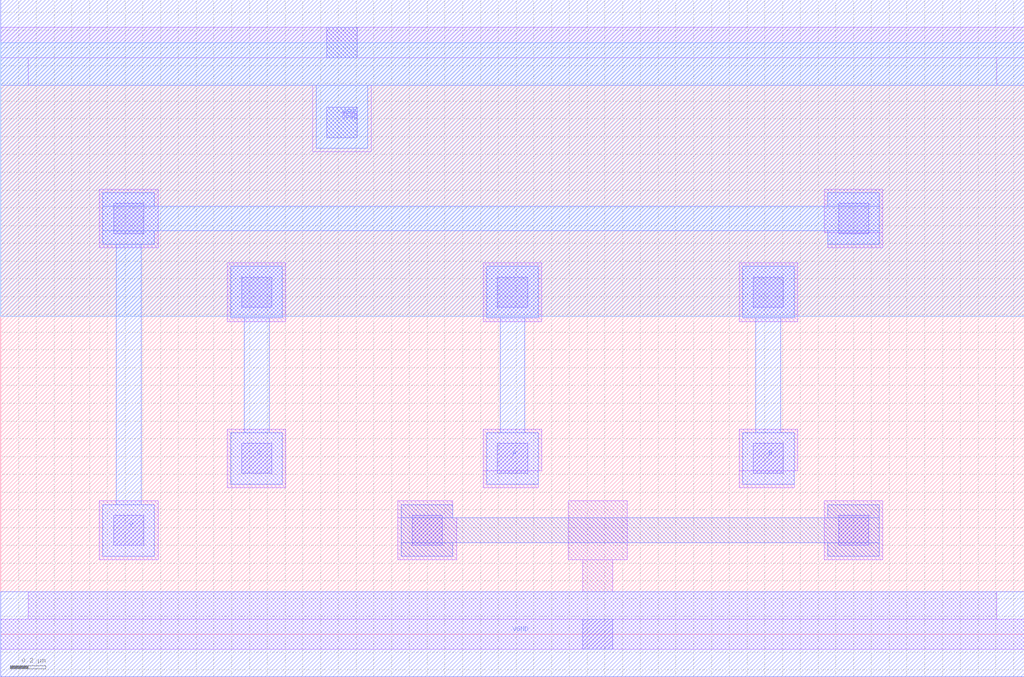
<source format=lef>
VERSION 5.7 ;
  NOWIREEXTENSIONATPIN ON ;
  DIVIDERCHAR "/" ;
  BUSBITCHARS "[]" ;
MACRO OAI21X1
  CLASS CORE ;
  FOREIGN OAI21X1 ;
  ORIGIN 0.000 0.000 ;
  SIZE 5.760 BY 3.330 ;
  SYMMETRY X Y ;
  SITE unit ;
  PIN A
    ANTENNAGATEAREA 0.189000 ;
    PORT
      LAYER met1 ;
        RECT 2.735 1.780 3.025 2.070 ;
        RECT 2.810 1.135 2.950 1.780 ;
        RECT 2.735 0.845 3.025 1.135 ;
    END
  END A
  PIN B
    ANTENNAGATEAREA 0.189000 ;
    PORT
      LAYER met1 ;
        RECT 4.175 1.780 4.465 2.070 ;
        RECT 4.250 1.135 4.390 1.780 ;
        RECT 4.175 0.845 4.465 1.135 ;
    END
  END B
  PIN C
    ANTENNAGATEAREA 0.189000 ;
    PORT
      LAYER met1 ;
        RECT 1.295 1.780 1.585 2.070 ;
        RECT 1.370 1.135 1.510 1.780 ;
        RECT 1.295 0.845 1.585 1.135 ;
    END
  END C
  PIN VGND
    ANTENNADIFFAREA 0.562100 ;
    PORT
      LAYER met1 ;
        RECT 0.000 -0.240 5.760 0.240 ;
    END
    PORT
      LAYER met1 ;
        RECT 0.000 3.090 5.760 3.570 ;
        RECT 1.775 2.735 2.065 3.090 ;
    END
  END VGND
  PIN VPWR
    ANTENNADIFFAREA 1.083600 ;
    PORT
      LAYER li1 ;
        RECT 0.000 3.245 5.760 3.415 ;
        RECT 0.155 3.090 5.605 3.245 ;
        RECT 1.755 2.715 2.085 3.090 ;
      LAYER mcon ;
        RECT 1.835 3.245 2.005 3.415 ;
        RECT 1.835 2.795 2.005 2.965 ;
    END
  END VPWR
  PIN Y
    ANTENNADIFFAREA 1.711200 ;
    PORT
      LAYER met1 ;
        RECT 0.575 2.410 0.865 2.485 ;
        RECT 4.655 2.410 4.945 2.485 ;
        RECT 0.575 2.270 4.945 2.410 ;
        RECT 0.575 2.195 0.865 2.270 ;
        RECT 4.655 2.195 4.945 2.270 ;
        RECT 0.650 0.730 0.790 2.195 ;
        RECT 0.575 0.440 0.865 0.730 ;
    END
  END Y
  OBS
      LAYER nwell ;
        RECT 0.000 1.790 5.760 3.330 ;
      LAYER li1 ;
        RECT 0.555 2.175 0.885 2.505 ;
        RECT 4.635 2.260 4.965 2.505 ;
        RECT 4.655 2.175 4.965 2.260 ;
        RECT 1.275 1.760 1.605 2.090 ;
        RECT 2.715 1.760 3.045 2.090 ;
        RECT 4.155 1.760 4.485 2.090 ;
        RECT 1.275 0.825 1.605 1.155 ;
        RECT 2.715 0.920 3.045 1.155 ;
        RECT 4.155 0.920 4.485 1.155 ;
        RECT 2.715 0.825 3.025 0.920 ;
        RECT 4.155 0.825 4.465 0.920 ;
        RECT 0.555 0.420 0.885 0.750 ;
        RECT 2.235 0.655 2.545 0.750 ;
        RECT 2.235 0.420 2.565 0.655 ;
        RECT 3.195 0.420 3.525 0.750 ;
        RECT 4.635 0.420 4.965 0.750 ;
        RECT 3.275 0.240 3.445 0.420 ;
        RECT 0.155 0.085 5.605 0.240 ;
        RECT 0.000 -0.085 5.760 0.085 ;
      LAYER mcon ;
        RECT 0.635 2.255 0.805 2.425 ;
        RECT 4.715 2.255 4.885 2.425 ;
        RECT 1.355 1.840 1.525 2.010 ;
        RECT 2.795 1.840 2.965 2.010 ;
        RECT 4.235 1.840 4.405 2.010 ;
        RECT 1.355 0.905 1.525 1.075 ;
        RECT 2.795 0.905 2.965 1.075 ;
        RECT 4.235 0.905 4.405 1.075 ;
        RECT 0.635 0.500 0.805 0.670 ;
        RECT 2.315 0.500 2.485 0.670 ;
        RECT 4.715 0.500 4.885 0.670 ;
        RECT 3.275 -0.085 3.445 0.085 ;
      LAYER met1 ;
        RECT 2.255 0.655 2.545 0.730 ;
        RECT 4.655 0.655 4.945 0.730 ;
        RECT 2.255 0.515 4.945 0.655 ;
        RECT 2.255 0.440 2.545 0.515 ;
        RECT 4.655 0.440 4.945 0.515 ;
  END
END OAI21X1
END LIBRARY


</source>
